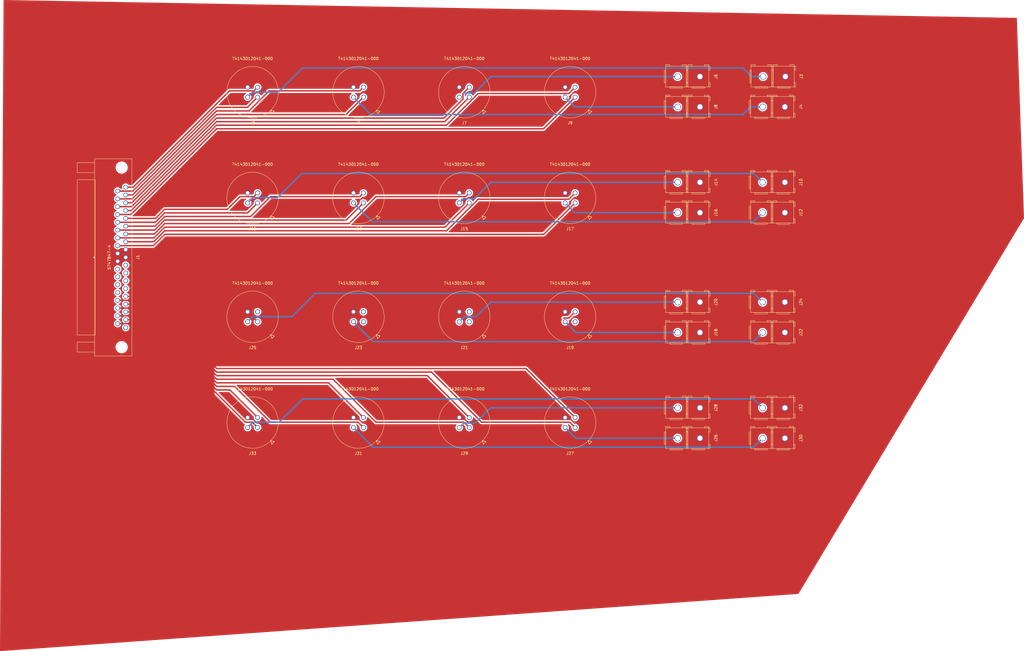
<source format=kicad_pcb>
(kicad_pcb (version 20221018) (generator pcbnew)
  (title_block (title "Voltage Input Breakout Board") (date "2023-03-24") (rev "C") (company "Missouri S&T Rocket Design Team") (comment 3 "Advisors: Jacob King, Seth Sievers") (comment 4 "Author: Andrew Matteson"))
  (layers (0 "F.Cu" signal) (31 "B.Cu" signal) (34 "B.Paste" user) (35 "F.Paste" user) (36 "B.SilkS" user "B.Silkscreen") (37 "F.SilkS" user "F.Silkscreen") (38 "B.Mask" user) (39 "F.Mask" user) (44 "Edge.Cuts" user))
  (net 0 "")
  (net 2 "/Al15+")
  (net 3 "/Al14+")
  (net 4 "/Al13+")
  (net 5 "/Al12+")
  (net 6 "/Al11+")
  (net 7 "/Al10+")
  (net 8 "/Al9+")
  (net 9 "/Al8+")
  (net 10 "GND")
  (net 11 "/Al7+")
  (net 12 "/Al6+")
  (net 13 "/Al5+")
  (net 14 "/Al4+")
  (net 15 "/Al3+")
  (net 16 "/Al2+")
  (net 17 "/Al1+")
  (net 18 "/Al0+")
  (net 19 "/Al15-")
  (net 20 "/Al14-")
  (net 21 "/Al13-")
  (net 22 "/Al12-")
  (net 23 "/Al11-")
  (net 24 "/Al10-")
  (net 25 "/Al9-")
  (net 26 "/Al8-")
  (net 27 "/Al7-")
  (net 28 "/Al6-")
  (net 29 "/Al5-")
  (net 30 "/Al4-")
  (net 31 "/Al3-")
  (net 32 "/Al2-")
  (net 33 "/Al1-")
  (net 34 "/Al0-")
  (net 35 "Net-(J3-Pin_2)")
  (net 36 "Net-(J4-Pin_2)")
  (net 37 "Net-(J6-Pin_2)")
  (net 38 "Net-(J8-Pin_2)")
  (net 39 "Net-(J10-Pin_2)")
  (net 40 "Net-(J12-Pin_2)")
  (net 41 "Net-(J14-Pin_2)")
  (net 42 "Net-(J16-Pin_2)")
  (net 43 "Net-(J18-Pin_2)")
  (net 44 "Net-(J20-Pin_2)")
  (net 45 "Net-(J22-Pin_2)")
  (net 46 "Net-(J24-Pin_2)")
  (net 47 "Net-(J26-Pin_2)")
  (net 48 "Net-(J28-Pin_2)")
  (net 49 "Net-(J30-Pin_2)")
  (net 50 "Net-(J32-Pin_2)")
  (footprint "custom_libraries:powerpole-1545-2x1" (layer "F.Cu") (at 272.42 145.952429 90)
    (fp_text reference "J18" (at 0 5.67 90 unlocked) (layer "F.SilkS"))
    (fp_text value "Conn_01x02")
    (pad "1" thru_hole circle (at 0 0 90) (size 2.2 2.2) (drill 1.8) (layers "*.Cu" "*.Mask") (net 10 "GND"))
    (pad "2" thru_hole circle (at 0 -7.9 90) (size 2.2 2.2) (drill 1.8) (layers "*.Cu" "*.Mask") (net 43 "Net-(J18-Pin_2)"))
  )
  (footprint "custom_libraries:T4143012041-000" (layer "F.Cu") (at 224.584467 176.166541)
    (fp_text reference "J27" (at 1.767767 12.7) (layer "F.SilkS"))
    (fp_text value "T4143012041-000" (at 1.767767 -10.16) (layer "F.SilkS"))
    (fp_text user "*" (at 0 0) (layer "F.SilkS"))
    (pad "1" thru_hole circle (at 3.535533 3.535533) (size 1.7018 1.7018) (drill 1.1938) (layers "*.Cu" "*.Mask") (net 22 "/Al12-"))
    (pad "2" thru_hole circle (at 0.000001 3.535533 90) (size 1.7018 1.7018) (drill 1.1938) (layers "*.Cu" "*.Mask") (net 47 "Net-(J26-Pin_2)"))
    (pad "3" thru_hole circle (at 0.000001 0.000001) (size 1.7018 1.7018) (drill 1.1938) (layers "*.Cu" "*.Mask") (net 10 "GND"))
    (pad "4" thru_hole circle (at 3.535533 0.000001 90) (size 1.7018 1.7018) (drill 1.1938) (layers "*.Cu" "*.Mask") (net 5 "/Al12+"))
  )
  (footprint "custom_libraries:T4143012041-000" (layer "F.Cu") (at 111.961667 176.166541)
    (fp_text reference "J33" (at 1.767767 12.7) (layer "F.SilkS"))
    (fp_text value "T4143012041-000" (at 1.767767 -10.16) (layer "F.SilkS"))
    (fp_text user "*" (at 0 0) (layer "F.SilkS"))
    (pad "1" thru_hole circle (at 3.535533 3.535533) (size 1.7018 1.7018) (drill 1.1938) (layers "*.Cu" "*.Mask") (net 19 "/Al15-"))
    (pad "2" thru_hole circle (at 0.000001 3.535533 90) (size 1.7018 1.7018) (drill 1.1938) (layers "*.Cu" "*.Mask") (net 50 "Net-(J32-Pin_2)"))
    (pad "3" thru_hole circle (at 0.000001 0.000001) (size 1.7018 1.7018) (drill 1.1938) (layers "*.Cu" "*.Mask") (net 10 "GND"))
    (pad "4" thru_hole circle (at 3.535533 0.000001 90) (size 1.7018 1.7018) (drill 1.1938) (layers "*.Cu" "*.Mask") (net 2 "/Al15+"))
  )
  (footprint "custom_libraries:powerpole-1545-2x1" (layer "F.Cu") (at 272.42 65.879145 90)
    (fp_text reference "J8" (at 0 5.67 90 unlocked) (layer "F.SilkS"))
    (fp_text value "Conn_01x02")
    (pad "1" thru_hole circle (at 0 0 90) (size 2.2 2.2) (drill 1.8) (layers "*.Cu" "*.Mask") (net 10 "GND"))
    (pad "2" thru_hole circle (at 0 -7.9 90) (size 2.2 2.2) (drill 1.8) (layers "*.Cu" "*.Mask") (net 38 "Net-(J8-Pin_2)"))
  )
  (footprint "custom_libraries:T4143012041-000" (layer "F.Cu") (at 224.584467 138.625941)
    (fp_text reference "J19" (at 1.767767 12.7) (layer "F.SilkS"))
    (fp_text value "T4143012041-000" (at 1.767767 -10.16) (layer "F.SilkS"))
    (fp_text user "*" (at 0 0) (layer "F.SilkS"))
    (pad "1" thru_hole circle (at 3.535533 3.535533) (size 1.7018 1.7018) (drill 1.1938) (layers "*.Cu" "*.Mask") (net 26 "/Al8-"))
    (pad "2" thru_hole circle (at 0.000001 3.535533 90) (size 1.7018 1.7018) (drill 1.1938) (layers "*.Cu" "*.Mask") (net 43 "Net-(J18-Pin_2)"))
    (pad "3" thru_hole circle (at 0.000001 0.000001) (size 1.7018 1.7018) (drill 1.1938) (layers "*.Cu" "*.Mask") (net 10 "GND"))
    (pad "4" thru_hole circle (at 3.535533 0.000001 90) (size 1.7018 1.7018) (drill 1.1938) (layers "*.Cu" "*.Mask") (net 9 "/Al8+"))
  )
  (footprint "custom_libraries:T4143012041-000" (layer "F.Cu") (at 224.584467 96.437341)
    (fp_text reference "J17" (at 1.767767 12.7) (layer "F.SilkS"))
    (fp_text value "T4143012041-000" (at 1.767767 -10.16) (layer "F.SilkS"))
    (fp_text user "*" (at 0 0) (layer "F.SilkS"))
    (pad "1" thru_hole circle (at 3.535533 3.535533) (size 1.7018 1.7018) (drill 1.1938) (layers "*.Cu" "*.Mask") (net 27 "/Al7-"))
    (pad "2" thru_hole circle (at 0.000001 3.535533 90) (size 1.7018 1.7018) (drill 1.1938) (layers "*.Cu" "*.Mask") (net 42 "Net-(J16-Pin_2)"))
    (pad "3" thru_hole circle (at 0.000001 0.000001) (size 1.7018 1.7018) (drill 1.1938) (layers "*.Cu" "*.Mask") (net 10 "GND"))
    (pad "4" thru_hole circle (at 3.535533 0.000001 90) (size 1.7018 1.7018) (drill 1.1938) (layers "*.Cu" "*.Mask") (net 11 "/Al7+"))
  )
  (footprint "custom_libraries:powerpole-1545-2x1" (layer "F.Cu") (at 272.42 92.646716 90)
    (fp_text reference "J14" (at 0 5.67 90 unlocked) (layer "F.SilkS"))
    (fp_text value "Conn_01x02")
    (pad "1" thru_hole circle (at 0 0 90) (size 2.2 2.2) (drill 1.8) (layers "*.Cu" "*.Mask") (net 10 "GND"))
    (pad "2" thru_hole circle (at 0 -7.9 90) (size 2.2 2.2) (drill 1.8) (layers "*.Cu" "*.Mask") (net 41 "Net-(J14-Pin_2)"))
  )
  (footprint "custom_libraries:T4143012041-000" (layer "F.Cu") (at 149.502267 96.437341)
    (fp_text reference "J13" (at 1.767767 12.7) (layer "F.SilkS"))
    (fp_text value "T4143012041-000" (at 1.767767 -10.16) (layer "F.SilkS"))
    (fp_text user "*" (at 0 0) (layer "F.SilkS"))
    (pad "1" thru_hole circle (at 3.535533 3.535533) (size 1.7018 1.7018) (drill 1.1938) (layers "*.Cu" "*.Mask") (net 29 "/Al5-"))
    (pad "2" thru_hole circle (at 0.000001 3.535533 90) (size 1.7018 1.7018) (drill 1.1938) (layers "*.Cu" "*.Mask") (net 40 "Net-(J12-Pin_2)"))
    (pad "3" thru_hole circle (at 0.000001 0.000001) (size 1.7018 1.7018) (drill 1.1938) (layers "*.Cu" "*.Mask") (net 10 "GND"))
    (pad "4" thru_hole circle (at 3.535533 0.000001 90) (size 1.7018 1.7018) (drill 1.1938) (layers "*.Cu" "*.Mask") (net 13 "/Al5+"))
  )
  (footprint "custom_libraries:powerpole-1545-2x1" (layer "F.Cu") (at 272.42 183.492574 90)
    (fp_text reference "J26" (at 0 5.67 90 unlocked) (layer "F.SilkS"))
    (fp_text value "Conn_01x02")
    (pad "1" thru_hole circle (at 0 0 90) (size 2.2 2.2) (drill 1.8) (layers "*.Cu" "*.Mask") (net 10 "GND"))
    (pad "2" thru_hole circle (at 0 -7.9 90) (size 2.2 2.2) (drill 1.8) (layers "*.Cu" "*.Mask") (net 47 "Net-(J26-Pin_2)"))
  )
  (footprint "custom_libraries:powerpole-1545-2x1" (layer "F.Cu") (at 272.42 172.72 90)
    (fp_text reference "J28" (at 0 5.67 90 unlocked) (layer "F.SilkS"))
    (fp_text value "Conn_01x02")
    (pad "1" thru_hole circle (at 0 0 90) (size 2.2 2.2) (drill 1.8) (layers "*.Cu" "*.Mask") (net 10 "GND"))
    (pad "2" thru_hole circle (at 0 -7.9 90) (size 2.2 2.2) (drill 1.8) (layers "*.Cu" "*.Mask") (net 48 "Net-(J28-Pin_2)"))
  )
  (footprint "custom_libraries:T4143012041-000" (layer "F.Cu") (at 187.043867 138.625941)
    (fp_text reference "J21" (at 1.767767 12.7) (layer "F.SilkS"))
    (fp_text value "T4143012041-000" (at 1.767767 -10.16) (layer "F.SilkS"))
    (fp_text user "*" (at 0 0) (layer "F.SilkS"))
    (pad "1" thru_hole circle (at 3.535533 3.535533) (size 1.7018 1.7018) (drill 1.1938) (layers "*.Cu" "*.Mask") (net 25 "/Al9-"))
    (pad "2" thru_hole circle (at 0.000001 3.535533 90) (size 1.7018 1.7018) (drill 1.1938) (layers "*.Cu" "*.Mask") (net 44 "Net-(J20-Pin_2)"))
    (pad "3" thru_hole circle (at 0.000001 0.000001) (size 1.7018 1.7018) (drill 1.1938) (layers "*.Cu" "*.Mask") (net 10 "GND"))
    (pad "4" thru_hole circle (at 3.535533 0.000001 90) (size 1.7018 1.7018) (drill 1.1938) (layers "*.Cu" "*.Mask") (net 8 "/Al9+"))
  )
  (footprint "custom_libraries:powerpole-1545-2x1" (layer "F.Cu") (at 302.54 135.179858 90)
    (fp_text reference "J24" (at 0 5.67 90 unlocked) (layer "F.SilkS"))
    (fp_text value "Conn_01x02")
    (pad "1" thru_hole circle (at 0 0 90) (size 2.2 2.2) (drill 1.8) (layers "*.Cu" "*.Mask") (net 10 "GND"))
    (pad "2" thru_hole circle (at 0 -7.9 90) (size 2.2 2.2) (drill 1.8) (layers "*.Cu" "*.Mask") (net 46 "Net-(J24-Pin_2)"))
  )
  (footprint "custom_libraries:T4143012041-000" (layer "F.Cu") (at 149.502267 138.625941)
    (fp_text reference "J23" (at 1.767767 12.7) (layer "F.SilkS"))
    (fp_text value "T4143012041-000" (at 1.767767 -10.16) (layer "F.SilkS"))
    (fp_text user "*" (at 0 0) (layer "F.SilkS"))
    (pad "1" thru_hole circle (at 3.535533 3.535533) (size 1.7018 1.7018) (drill 1.1938) (layers "*.Cu" "*.Mask") (net 24 "/Al10-"))
    (pad "2" thru_hole circle (at 0.000001 3.535533 90) (size 1.7018 1.7018) (drill 1.1938) (layers "*.Cu" "*.Mask") (net 45 "Net-(J22-Pin_2)"))
    (pad "3" thru_hole circle (at 0.000001 0.000001) (size 1.7018 1.7018) (drill 1.1938) (layers "*.Cu" "*.Mask") (net 10 "GND"))
    (pad "4" thru_hole circle (at 3.535533 0.000001 90) (size 1.7018 1.7018) (drill 1.1938) (layers "*.Cu" "*.Mask") (net 7 "/Al10+"))
  )
  (footprint "custom_libraries:powerpole-1545-2x1" (layer "F.Cu") (at 302.54 183.492574 90)
    (fp_text reference "J30" (at 0 5.67 90 unlocked) (layer "F.SilkS"))
    (fp_text value "Conn_01x02")
    (pad "1" thru_hole circle (at 0 0 90) (size 2.2 2.2) (drill 1.8) (layers "*.Cu" "*.Mask") (net 10 "GND"))
    (pad "2" thru_hole circle (at 0 -7.9 90) (size 2.2 2.2) (drill 1.8) (layers "*.Cu" "*.Mask") (net 49 "Net-(J30-Pin_2)"))
  )
  (footprint "custom_libraries:powerpole-1545-2x1" (layer "F.Cu") (at 272.42 135.179858 90)
    (fp_text reference "J20" (at 0 5.67 90 unlocked) (layer "F.SilkS"))
    (fp_text value "Conn_01x02")
    (pad "1" thru_hole circle (at 0 0 90) (size 2.2 2.2) (drill 1.8) (layers "*.Cu" "*.Mask") (net 10 "GND"))
    (pad "2" thru_hole circle (at 0 -7.9 90) (size 2.2 2.2) (drill 1.8) (layers "*.Cu" "*.Mask") (net 44 "Net-(J20-Pin_2)"))
  )
  (footprint "custom_libraries:powerpole-1545-2x1" (layer "F.Cu") (at 302.54 103.419287 90)
    (fp_text reference "J12" (at 0 5.67 90 unlocked) (layer "F.SilkS"))
    (fp_text value "Conn_01x02")
    (pad "1" thru_hole circle (at 0 0 90) (size 2.2 2.2) (drill 1.8) (layers "*.Cu" "*.Mask") (net 10 "GND"))
    (pad "2" thru_hole circle (at 0 -7.9 90) (size 2.2 2.2) (drill 1.8) (layers "*.Cu" "*.Mask") (net 40 "Net-(J12-Pin_2)"))
  )
  (footprint "custom_libraries:T4143012041-000" (layer "F.Cu") (at 187.043867 96.437341)
    (fp_text reference "J15" (at 1.767767 12.7) (layer "F.SilkS"))
    (fp_text value "T4143012041-000" (at 1.767767 -10.16) (layer "F.SilkS"))
    (fp_text user "*" (at 0 0) (layer "F.SilkS"))
    (pad "1" thru_hole circle (at 3.535533 3.535533) (size 1.7018 1.7018) (drill 1.1938) (layers "*.Cu" "*.Mask") (net 28 "/Al6-"))
    (pad "2" thru_hole circle (at 0.000001 3.535533 90) (size 1.7018 1.7018) (drill 1.1938) (layers "*.Cu" "*.Mask") (net 41 "Net-(J14-Pin_2)"))
    (pad "3" thru_hole circle (at 0.000001 0.000001) (size 1.7018 1.7018) (drill 1.1938) (layers "*.Cu" "*.Mask") (net 10 "GND"))
    (pad "4" thru_hole circle (at 3.535533 0.000001 90) (size 1.7018 1.7018) (drill 1.1938) (layers "*.Cu" "*.Mask") (net 12 "/Al6+"))
  )
  (footprint "custom_libraries:powerpole-1545-2x1" (layer "F.Cu") (at 302.54 172.72 90)
    (fp_text reference "J32" (at 0 5.67 90 unlocked) (layer "F.SilkS"))
    (fp_text value "Conn_01x02")
    (pad "1" thru_hole circle (at 0 0 90) (size 2.2 2.2) (drill 1.8) (layers "*.Cu" "*.Mask") (net 10 "GND"))
    (pad "2" thru_hole circle (at 0 -7.9 90) (size 2.2 2.2) (drill 1.8) (layers "*.Cu" "*.Mask") (net 50 "Net-(J32-Pin_2)"))
  )
  (footprint "custom_libraries:T4143012041-000" (layer "F.Cu") (at 149.502267 176.166541)
    (fp_text reference "J31" (at 1.767767 12.7) (layer "F.SilkS"))
    (fp_text value "T4143012041-000" (at 1.767767 -10.16) (layer "F.SilkS"))
    (fp_text user "*" (at 0 0) (layer "F.SilkS"))
    (pad "1" thru_hole circle (at 3.535533 3.535533) (size 1.7018 1.7018) (drill 1.1938) (layers "*.Cu" "*.Mask") (net 20 "/Al14-"))
    (pad "2" thru_hole circle (at 0.000001 3.535533 90) (size 1.7018 1.7018) (drill 1.1938) (layers "*.Cu" "*.Mask") (net 49 "Net-(J30-Pin_2)"))
    (pad "3" thru_hole circle (at 0.000001 0.000001) (size 1.7018 1.7018) (drill 1.1938) (layers "*.Cu" "*.Mask") (net 10 "GND"))
    (pad "4" thru_hole circle (at 3.535533 0.000001 90) (size 1.7018 1.7018) (drill 1.1938) (layers "*.Cu" "*.Mask") (net 3 "/Al14+"))
  )
  (footprint "custom_libraries:5747847-4" (layer "F.Cu") (at 57.798267 119.299374 90)
    (fp_text reference "J1" (at 0 15.24 90) (layer "F.SilkS"))
    (fp_text value "5747847-4" (at 0 5.08 90) (layer "F.SilkS"))
    (fp_text user "*" (at 0 0 90) (layer "F.SilkS"))
    (pad "1" thru_hole circle (at -24.9174 10.922 90) (size 1.651 1.651) (drill 1.143) (layers "*.Cu" "*.Mask"))
    (pad "2" thru_hole circle (at -22.1488 10.922 90) (size 1.651 1.651) (drill 1.143) (layers "*.Cu" "*.Mask") (net 2 "/Al15+"))
    (pad "3" thru_hole circle (at -19.3802 10.922 90) (size 1.651 1.651) (drill 1.143) (layers "*.Cu" "*.Mask") (net 3 "/Al14+"))
    (pad "4" thru_hole circle (at -16.6116 10.922 90) (size 1.651 1.651) (drill 1.143) (layers "*.Cu" "*.Mask") (net 4 "/Al13+"))
    (pad "5" thru_hole circle (at -13.843 10.922 90) (size 1.651 1.651) (drill 1.143) (layers "*.Cu" "*.Mask") (net 5 "/Al12+"))
    (pad "6" thru_hole circle (at -11.0744 10.922 90) (size 1.651 1.651) (drill 1.143) (layers "*.Cu" "*.Mask") (net 6 "/Al11+"))
    (pad "7" thru_hole circle (at -8.3058 10.922 90) (size 1.651 1.651) (drill 1.143) (layers "*.Cu" "*.Mask") (net 7 "/Al10+"))
    (pad "8" thru_hole circle (at -5.5372 10.922 90) (size 1.651 1.651) (drill 1.143) (layers "*.Cu" "*.Mask") (net 8 "/Al9+"))
    (pad "9" thru_hole circle (at -2.7686 10.922 90) (size 1.651 1.651) (drill 1.143) (layers "*.Cu" "*.Mask") (net 9 "/Al8+"))
    (pad "10" thru_hole circle (at 0 10.922 90) (size 1.651 1.651) (drill 1.143) (layers "*.Cu" "*.Mask") (net 10 "GND"))
    (pad "11" thru_hole circle (at 2.7686 10.922 90) (size 1.651 1.651) (drill 1.143) (layers "*.Cu" "*.Mask") (net 10 "GND"))
    (pad "12" thru_hole circle (at 5.5372 10.922 90) (size 1.651 1.651) (drill 1.143) (layers "*.Cu" "*.Mask") (net 11 "/Al7+"))
    (pad "13" thru_hole circle (at 8.3058 10.922 90) (size 1.651 1.651) (drill 1.143) (layers "*.Cu" "*.Mask") (net 12 "/Al6+"))
    (pad "14" thru_hole circle (at 11.0744 10.922 90) (size 1.651 1.651) (drill 1.143) (layers "*.Cu" "*.Mask") (net 13 "/Al5+"))
    (pad "15" thru_hole circle (at 13.843 10.922 90) (size 1.651 1.651) (drill 1.143) (layers "*.Cu" "*.Mask") (net 14 "/Al4+"))
    (pad "16" thru_hole circle (at 16.6116 10.922 90) (size 1.651 1.651) (drill 1.143) (layers "*.Cu" "*.Mask") (net 15 "/Al3+"))
    (pad "17" thru_hole circle (at 19.3802 10.922 90) (size 1.651 1.651) (drill 1.143) (layers "*.Cu" "*.Mask") (net 16 "/Al2+"))
    (pad "18" thru_hole circle (at 22.1488 10.922 90) (size 1.651 1.651) (drill 1.143) (layers "*.Cu" "*.Mask") (net 17 "/Al1+"))
    (pad "19" thru_hole circle (at 24.9174 10.922 90) (size 1.651 1.651) (drill 1.143) (layers "*.Cu" "*.Mask") (net 18 "/Al0+"))
    (pad "20" thru_hole circle (at -23.5331 8.0772 90) (size 1.651 1.651) (drill 1.143) (layers "*.Cu" "*.Mask") (net 19 "/Al15-"))
    (pad "21" thru_hole circle (at -20.7645 8.0772 90) (size 1.651 1.651) (drill 1.143) (layers "*.Cu" "*.Mask") (net 20 "/Al14-"))
    (pad "22" thru_hole circle (at -17.9959 8.0772 90) (size 1.651 1.651) (drill 1.143) (layers "*.Cu" "*.Mask") (net 21 "/Al13-"))
    (pad "23" thru_hole circle (at -15.2273 8.0772 90) (size 1.651 1.651) (drill 1.143) (layers "*.Cu" "*.Mask") (net 22 "/Al12-"))
    (pad "24" thru_hole circle (at -12.4587 8.0772 90) (size 1.651 1.651) (drill 1.143) (layers "*.Cu" "*.Mask") (net 23 "/Al11-"))
    (pad "25" thru_hole circle (at -9.6901 8.0772 90) (size 1.651 1.651) (drill 1.143) (layers "*.Cu" "*.Mask") (net 24 "/Al10-"))
    (pad "26" thru_hole circle (at -6.9215 8.0772 90) (size 1.651 1.651) (drill 1.143) (layers "*.Cu" "*.Mask") (net 25 "/Al9-"))
    (pad "27" thru_hole circle (at -4.1529 8.0772 90) (size 1.651 1.651) (drill 1.143) (layers "*.Cu" "*.Mask") (net 26 "/Al8-"))
    (pad "28" thru_hole circle (at -1.3843 8.0772 90) (size 1.651 1.651) (drill 1.143) (layers "*.Cu" "*.Mask") (net 10 "GND"))
    (pad "29" thru_hole circle (at 1.3843 8.0772 90) (size 1.651 1.651) (drill 1.143) (layers "*.Cu" "*.Mask") (net 10 "GND"))
    (pad "30" thru_hole circle (at 4.1529 8.0772 90) (size 1.651 1.651) (drill 1.143) (layers "*.Cu" "*.Mask") (net 27 "/Al7-"))
    (pad "31" thru_hole circle (at 6.9215 8.0772 90) (size 1.651 1.651) (drill 1.143) (layers "*.Cu" "*.Mask") (net 28 "/Al6-"))
    (pad "32" thru_hole circle (at 9.6901 8.0772 90) (size 1.651 1.651) (drill 1.143) (layers "*.Cu" "*.Mask") (net 29 "/Al5-"))
    (pad "33" thru_hole circle (at 12.4587 8.0772 90) (size 1.651 1.651) (drill 1.143) (layers "*.Cu" "*.Mask") (net 30 "/Al4-"))
    (pad "34" thru_hole circle (at 15.2273 8.0772 90) (size 1.651 1.651) (drill 1.143) (layers "*.Cu" "*.Mask") (net 31 "/Al3-"))
    (pad "35" thru_hole circle (at 17.9959 8.0772 90) (size 1.651 1.651) (drill 1.143) (layers "*.Cu" "*.Mask") (net 32 "/Al2-"))
    (pad "36" thru_hole circle (at 20.7645 8.0772 90) (size 1.651 1.651) (drill 1.143) (layers "*.Cu" "*.Mask") (net 33 "/Al1-"))
    (pad "37" thru_hole circle (at 23.5331 8.0772 90) (size 1.651 1.651) (drill 1.143) (layers "*.Cu" "*.Mask") (net 34 "/Al0-"))
    (pad "38" thru_hole circle (at -31.877 9.4996 90) (size 3.302 3.302) (drill 3.302) (layers "*.Cu" "*.Mask"))
    (pad "39" thru_hole circle (at 31.877 9.4996 90) (size 3.302 3.302) (drill 3.302) (layers "*.Cu" "*.Mask"))
  )
  (footprint "custom_libraries:powerpole-1545-2x1" (layer "F.Cu") (at 302.54 92.646716 90)
    (fp_text reference "J10" (at 0 5.67 90 unlocked) (layer "F.SilkS"))
    (fp_text value "Conn_01x02")
    (pad "1" thru_hole circle (at 0 0 90) (size 2.2 2.2) (drill 1.8) (layers "*.Cu" "*.Mask") (net 10 "GND"))
    (pad "2" thru_hole circle (at 0 -7.9 90) (size 2.2 2.2) (drill 1.8) (layers "*.Cu" "*.Mask") (net 39 "Net-(J10-Pin_2)"))
  )
  (footprint "custom_libraries:T4143012041-000" (layer "F.Cu") (at 187.043533 58.896741)
    (fp_text reference "J7" (at 1.767767 12.7) (layer "F.SilkS"))
    (fp_text value "T4143012041-000" (at 1.767767 -10.16) (layer "F.SilkS"))
    (fp_text user "*" (at 0 0) (layer "F.SilkS"))
    (pad "1" thru_hole circle (at 3.535533 3.535533) (size 1.7018 1.7018) (drill 1.1938) (layers "*.Cu" "*.Mask") (net 32 "/Al2-"))
    (pad "2" thru_hole circle (at 0.000001 3.535533 90) (size 1.7018 1.7018) (drill 1.1938) (layers "*.Cu" "*.Mask") (net 37 "Net-(J6-Pin_2)"))
    (pad "3" thru_hole circle (at 0.000001 0.000001) (size 1.7018 1.7018) (drill 1.1938) (layers "*.Cu" "*.Mask") (net 10 "GND"))
    (pad "4" thru_hole circle (at 3.535533 0.000001 90) (size 1.7018 1.7018) (drill 1.1938) (layers "*.Cu" "*.Mask") (net 16 "/Al2+"))
  )
  (footprint "custom_libraries:powerpole-1545-2x1" (layer "F.Cu") (at 272.42 103.419287 90)
    (fp_text reference "J16" (at 0 5.67 90 unlocked) (layer "F.SilkS"))
    (fp_text value "Conn_01x02")
    (pad "1" thru_hole circle (at 0 0 90) (size 2.2 2.2) (drill 1.8) (layers "*.Cu" "*.Mask") (net 10 "GND"))
    (pad "2" thru_hole circle (at 0 -7.9 90) (size 2.2 2.2) (drill 1.8) (layers "*.Cu" "*.Mask") (net 42 "Net-(J16-Pin_2)"))
  )
  (footprint "custom_libraries:T4143012041-000" (layer "F.Cu") (at 149.5026 58.896741)
    (fp_text reference "J5" (at 1.767767 12.7) (layer "F.SilkS"))
    (fp_text value "T4143012041-000" (at 1.767767 -10.16) (layer "F.SilkS"))
    (fp_text user "*" (at 0 0) (layer "F.SilkS"))
    (pad "1" thru_hole circle (at 3.535533 3.535533) (size 1.7018 1.7018) (drill 1.1938) (layers "*.Cu" "*.Mask") (net 33 "/Al1-"))
    (pad "2" thru_hole circle (at 0.000001 3.535533 90) (size 1.7018 1.7018) (drill 1.1938) (layers "*.Cu" "*.Mask") (net 36 "Net-(J4-Pin_2)"))
    (pad "3" thru_hole circle (at 0.000001 0.000001) (size 1.7018 1.7018) (drill 1.1938) (layers "*.Cu" "*.Mask") (net 10 "GND"))
    (pad "4" thru_hole circle (at 3.535533 0.000001 90) (size 1.7018 1.7018) (drill 1.1938) (layers "*.Cu" "*.Mask") (net 17 "/Al1+"))
  )
  (footprint "custom_libraries:T4143012041-000" (layer "F.Cu") (at 187.043867 176.166541)
    (fp_text reference "J29" (at 1.767767 12.7) (layer "F.SilkS"))
    (fp_text value "T4143012041-000" (at 1.767767 -10.16) (layer "F.SilkS"))
    (fp_text user "*" (at 0 0) (layer "F.SilkS"))
    (pad "1" thru_hole circle (at 3.535533 3.535533) (size 1.7018 1.7018) (drill 1.1938) (layers "*.Cu" "*.Mask") (net 21 "/Al13-"))
    (pad "2" thru_hole circle (at 0.000001 3.535533 90) (size 1.7018 1.7018) (drill 1.1938) (layers "*.Cu" "*.Mask") (net 48 "Net-(J28-Pin_2)"))
    (pad "3" thru_hole circle (at 0.000001 0.000001) (size 1.7018 1.7018) (drill 1.1938) (layers "*.Cu" "*.Mask") (net 10 "GND"))
    (pad "4" thru_hole circle (at 3.535533 0.000001 90) (size 1.7018 1.7018) (drill 1.1938) (layers "*.Cu" "*.Mask") (net 4 "/Al13+"))
  )
  (footprint "custom_libraries:T4143012041-000" (layer "F.Cu") (at 111.961667 96.437341)
    (fp_text reference "J11" (at 1.767767 12.7) (layer "F.SilkS"))
    (fp_text value "T4143012041-000" (at 1.767767 -10.16) (layer "F.SilkS"))
    (fp_text user "*" (at 0 0) (layer "F.SilkS"))
    (pad "1" thru_hole circle (at 3.535533 3.535533) (size 1.7018 1.7018) (drill 1.1938) (layers "*.Cu" "*.Mask") (net 30 "/Al4-"))
    (pad "2" thru_hole circle (at 0.000001 3.535533 90) (size 1.7018 1.7018) (drill 1.1938) (layers "*.Cu" "*.Mask") (net 39 "Net-(J10-Pin_2)"))
    (pad "3" thru_hole circle (at 0.000001 0.000001) (size 1.7018 1.7018) (drill 1.1938) (layers "*.Cu" "*.Mask") (net 10 "GND"))
    (pad "4" thru_hole circle (at 3.535533 0.000001 90) (size 1.7018 1.7018) (drill 1.1938) (layers "*.Cu" "*.Mask") (net 14 "/Al4+"))
  )
  (footprint "custom_libraries:powerpole-1545-2x1" (layer "F.Cu") (at 302.54 145.952429 90)
    (fp_text reference "J22" (at 0 5.67 90 unlocked) (layer "F.SilkS"))
    (fp_text value "Conn_01x02")
    (pad "1" thru_hole circle (at 0 0 90) (size 2.2 2.2) (drill 1.8) (layers "*.Cu" "*.Mask") (net 10 "GND"))
    (pad "2" thru_hole circle (at 0 -7.9 90) (size 2.2 2.2) (drill 1.8) (layers "*.Cu" "*.Mask") (net 45 "Net-(J22-Pin_2)"))
  )
  (footprint "custom_libraries:T4143012041-000" (layer "F.Cu") (at 111.961667 58.896741)
    (fp_text reference "J2" (at 1.767767 12.7) (layer "F.SilkS"))
    (fp_text value "T4143012041-000" (at 1.767767 -10.16) (layer "F.SilkS"))
    (fp_text user "*" (at 0 0) (layer "F.SilkS"))
    (pad "1" thru_hole circle (at 3.535533 3.535533) (size 1.7018 1.7018) (drill 1.1938) (layers "*.Cu" "*.Mask") (net 34 "/Al0-"))
    (pad "2" thru_hole circle (at 0.000001 3.535533 90) (size 1.7018 1.7018) (drill 1.1938) (layers "*.Cu" "*.Mask") (net 35 "Net-(J3-Pin_2)"))
    (pad "3" thru_hole circle (at 0.000001 0.000001) (size 1.7018 1.7018) (drill 1.1938) (layers "*.Cu" "*.Mask") (net 10 "GND"))
    (pad "4" thru_hole circle (at 3.535533 0.000001 90) (size 1.7018 1.7018) (drill 1.1938) (layers "*.Cu" "*.Mask") (net 18 "/Al0+"))
  )
  (footprint "custom_libraries:T4143012041-000" (layer "F.Cu") (at 111.961667 138.625941)
    (fp_text reference "J25" (at 1.767767 12.7) (layer "F.SilkS"))
    (fp_text value "T4143012041-000" (at 1.767767 -10.16) (layer "F.SilkS"))
    (fp_text user "*" (at 0 0) (layer "F.SilkS"))
    (pad "1" thru_hole circle (at 3.535533 3.535533) (size 1.7018 1.7018) (drill 1.1938) (layers "*.Cu" "*.Mask") (net 23 "/Al11-"))
    (pad "2" thru_hole circle (at 0.000001 3.535533 90) (size 1.7018 1.7018) (drill 1.1938) (layers "*.Cu" "*.Mask") (net 46 "Net-(J24-Pin_2)"))
    (pad "3" thru_hole circle (at 0.000001 0.000001) (size 1.7018 1.7018) (drill 1.1938) (layers "*.Cu" "*.Mask") (net 10 "GND"))
    (pad "4" thru_hole circle (at 3.535533 0.000001 90) (size 1.7018 1.7018) (drill 1.1938) (layers "*.Cu" "*.Mask") (net 6 "/Al11+"))
  )
  (footprint "custom_libraries:T4143012041-000" (layer "F.Cu") (at 224.584467 58.896741)
    (fp_text reference "J9" (at 1.767767 12.7) (layer "F.SilkS"))
    (fp_text value "T4143012041-000" (at 1.767767 -10.16) (layer "F.SilkS"))
    (fp_text user "*" (at 0 0) (layer "F.SilkS"))
    (pad "1" thru_hole circle (at 3.535533 3.535533) (size 1.7018 1.7018) (drill 1.1938) (layers "*.Cu" "*.Mask") (net 31 "/Al3-"))
    (pad "2" thru_hole circle (at 0.000001 3.535533 90) (size 1.7018 1.7018) (drill 1.1938) (layers "*.Cu" "*.Mask") (net 38 "Net-(J8-Pin_2)"))
    (pad "3" thru_hole circle (at 0.000001 0.000001) (size 1.7018 1.7018) (drill 1.1938) (layers "*.Cu" "*.Mask") (net 10 "GND"))
    (pad "4" thru_hole circle (at 3.535533 0.000001 90) (size 1.7018 1.7018) (drill 1.1938) (layers "*.Cu" "*.Mask") (net 15 "/Al3+"))
  )
  (footprint "custom_libraries:powerpole-1545-2x1" (layer "F.Cu") (at 302.54 65.879145 90)
    (fp_text reference "J4" (at 0 5.67 90 unlocked) (layer "F.SilkS"))
    (fp_text value "Conn_01x02")
    (pad "1" thru_hole circle (at 0 0 90) (size 2.2 2.2) (drill 1.8) (layers "*.Cu" "*.Mask") (net 10 "GND"))
    (pad "2" thru_hole circle (at 0 -7.9 90) (size 2.2 2.2) (drill 1.8) (layers "*.Cu" "*.Mask") (net 36 "Net-(J4-Pin_2)"))
  )
  (footprint "custom_libraries:powerpole-1545-2x1" (layer "F.Cu") (at 272.42 55.106574 90)
    (fp_text reference "J6" (at 0 5.67 90 unlocked) (layer "F.SilkS"))
    (fp_text value "Conn_01x02")
    (pad "1" thru_hole circle (at 0 0 90) (size 2.2 2.2) (drill 1.8) (layers "*.Cu" "*.Mask") (net 10 "GND"))
    (pad "2" thru_hole circle (at 0 -7.9 90) (size 2.2 2.2) (drill 1.8) (layers "*.Cu" "*.Mask") (net 37 "Net-(J6-Pin_2)"))
  )
  (footprint "custom_libraries:powerpole-1545-2x1" (layer "F.Cu") (at 302.72 55.106574 90)
    (fp_text reference "J3" (at 0 5.67 90 unlocked) (layer "F.SilkS"))
    (fp_text value "Conn_01x02")
    (pad "1" thru_hole circle (at 0 0 90) (size 2.2 2.2) (drill 1.8) (layers "*.Cu" "*.Mask") (net 10 "GND"))
    (pad "2" thru_hole circle (at 0 -7.9 90) (size 2.2 2.2) (drill 1.8) (layers "*.Cu" "*.Mask") (net 35 "Net-(J3-Pin_2)"))
  )
  (segment (start 76.043174 141.448174) (end 68.720267 141.448174) (width 0.5) (layer "F.Cu") (net 2))
  (segment (start 115.4972 176.166542) (end 105.700658 166.37) (width 0.5) (layer "F.Cu") (net 2))
  (segment (start 105.700658 166.37) (end 100.965 166.37) (width 0.5) (layer "F.Cu") (net 2))
  (segment (start 100.965 166.37) (end 76.043174 141.448174) (width 0.5) (layer "F.Cu") (net 2))
  (segment (start 140.701258 163.83) (end 100.965 163.83) (width 0.5) (layer "F.Cu") (net 3))
  (segment (start 153.0378 176.166542) (end 140.701258 163.83) (width 0.5) (layer "F.Cu") (net 3))
  (segment (start 75.814574 138.679574) (end 68.720267 138.679574) (width 0.5) (layer "F.Cu") (net 3))
  (segment (start 100.965 163.83) (end 75.814574 138.679574) (width 0.5) (layer "F.Cu") (net 3))
  (segment (start 75.585974 135.910974) (end 68.720267 135.910974) (width 0.5) (layer "F.Cu") (net 4))
  (segment (start 100.965 161.29) (end 75.585974 135.910974) (width 0.5) (layer "F.Cu") (net 4))
  (segment (start 190.5794 176.166542) (end 175.702858 161.29) (width 0.5) (layer "F.Cu") (net 4))
  (segment (start 175.702858 161.29) (end 100.965 161.29) (width 0.5) (layer "F.Cu") (net 4))
  (segment (start 228.12 176.166542) (end 210.703458 158.75) (width 0.5) (layer "F.Cu") (net 5))
  (segment (start 210.703458 158.75) (end 100.965 158.75) (width 0.5) (layer "F.Cu") (net 5))
  (segment (start 75.357374 133.142374) (end 68.720267 133.142374) (width 0.5) (layer "F.Cu") (net 5))
  (segment (start 100.965 158.75) (end 75.357374 133.142374) (width 0.5) (layer "F.Cu") (net 5))
  (segment (start 224.045617 140.860574) (end 225.885368 140.860574) (width 0.5) (layer "F.Cu") (net 9))
  (segment (start 225.885368 140.860574) (end 228.12 138.625942) (width 0.5) (layer "F.Cu") (net 9))
  (segment (start 78.642826 113.762174) (end 68.720267 113.762174) (width 0.5) (layer "F.Cu") (net 11))
  (segment (start 82.55 109.855) (end 78.642826 113.762174) (width 0.5) (layer "F.Cu") (net 11))
  (segment (start 225.885368 98.671974) (end 193.720051 98.671974) (width 0.5) (layer "F.Cu") (net 11))
  (segment (start 228.12 96.437342) (end 225.885368 98.671974) (width 0.5) (layer "F.Cu") (net 11))
  (segment (start 193.720051 98.671974) (end 182.537025 109.855) (width 0.5) (layer "F.Cu") (net 11))
  (segment (start 182.537025 109.855) (end 82.55 109.855) (width 0.5) (layer "F.Cu") (net 11))
  (segment (start 147.955 107.315) (end 82.55 107.315) (width 0.5) (layer "F.Cu") (net 12))
  (segment (start 190.5794 96.437342) (end 189.2785 97.738242) (width 0.5) (layer "F.Cu") (net 12))
  (segment (start 157.531758 97.738242) (end 147.955 107.315) (width 0.5) (layer "F.Cu") (net 12))
  (segment (start 82.55 107.315) (end 78.871426 110.993574) (width 0.5) (layer "F.Cu") (net 12))
  (segment (start 189.2785 97.738242) (end 157.531758 97.738242) (width 0.5) (layer "F.Cu") (net 12))
  (segment (start 78.871426 110.993574) (end 68.720267 110.993574) (width 0.5) (layer "F.Cu") (net 12))
  (segment (start 120.066758 97.738242) (end 113.03 104.775) (width 0.5) (layer "F.Cu") (net 13))
  (segment (start 151.7369 97.738242) (end 120.066758 97.738242) (width 0.5) (layer "F.Cu") (net 13))
  (segment (start 82.55 104.775) (end 79.100026 108.224974) (width 0.5) (layer "F.Cu") (net 13))
  (segment (start 79.100026 108.224974) (end 68.720267 108.224974) (width 0.5) (layer "F.Cu") (net 13))
  (segment (start 153.0378 96.437342) (end 151.7369 97.738242) (width 0.5) (layer "F.Cu") (net 13))
  (segment (start 113.03 104.775) (end 82.55 104.775) (width 0.5) (layer "F.Cu") (net 13))
  (segment (start 114.1963 97.738242) (end 109.271758 97.738242) (width 0.5) (layer "F.Cu") (net 14))
  (segment (start 79.328626 105.456374) (end 68.720267 105.456374) (width 0.5) (layer "F.Cu") (net 14))
  (segment (start 115.4972 96.437342) (end 114.1963 97.738242) (width 0.5) (layer "F.Cu") (net 14))
  (segment (start 82.55 102.235) (end 79.328626 105.456374) (width 0.5) (layer "F.Cu") (net 14))
  (segment (start 104.775 102.235) (end 82.55 102.235) (width 0.5) (layer "F.Cu") (net 14))
  (segment (start 109.271758 97.738242) (end 104.775 102.235) (width 0.5) (layer "F.Cu") (net 14))
  (segment (start 100.965 72.39) (end 70.667226 102.687774) (width 0.5) (layer "F.Cu") (net 15))
  (segment (start 228.12 58.896742) (end 225.885368 61.131374) (width 0.5) (layer "F.Cu") (net 15))
  (segment (start 182.461091 72.39) (end 100.965 72.39) (width 0.5) (layer "F.Cu") (net 15))
  (segment (start 225.885368 61.131374) (end 193.719717 61.131374) (width 0.5) (layer "F.Cu") (net 15))
  (segment (start 70.667226 102.687774) (end 68.720267 102.687774) (width 0.5) (layer "F.Cu") (net 15))
  (segment (start 193.719717 61.131374) (end 182.461091 72.39) (width 0.5) (layer "F.Cu") (net 15))
  (segment (start 68.720267 99.919174) (end 70.895826 99.919174) (width 0.5) (layer "F.Cu") (net 16))
  (segment (start 181.61 69.85) (end 188.344434 63.115566) (width 0.5) (layer "F.Cu") (net 16))
  (segment (start 188.344434 61.131374) (end 190.579066 58.896742) (width 0.5) (layer "F.Cu") (net 16))
  (segment (start 188.344434 63.115566) (end 188.344434 61.131374) (width 0.5) (layer "F.Cu") (net 16))
  (segment (start 100.965 69.85) (end 181.61 69.85) (width 0.5) (layer "F.Cu") (net 16))
  (segment (start 70.895826 99.919174) (end 100.965 69.85) (width 0.5) (layer "F.Cu") (net 16))
  (segment (start 68.720267 97.150574) (end 71.124426 97.150574) (width 0.5) (layer "F.Cu") (net 17))
  (segment (start 100.965 67.31) (end 112.459225 67.31) (width 0.5) (layer "F.Cu") (net 17))
  (segment (start 119.571583 60.197642) (end 151.737233 60.197642) (width 0.5) (layer "F.Cu") (net 17))
  (segment (start 71.124426 97.150574) (end 100.965 67.31) (width 0.5) (layer "F.Cu") (net 17))
  (segment (start 112.459225 67.31) (end 119.571583 60.197642) (width 0.5) (layer "F.Cu") (net 17))
  (segment (start 151.737233 60.197642) (end 153.038133 58.896742) (width 0.5) (layer "F.Cu") (net 17))
  (segment (start 105.537358 60.197642) (end 114.1963 60.197642) (width 0.5) (layer "F.Cu") (net 18))
  (segment (start 71.353026 94.381974) (end 105.537358 60.197642) (width 0.5) (layer "F.Cu") (net 18))
  (segment (start 114.1963 60.197642) (end 115.4972 58.896742) (width 0.5) (layer "F.Cu") (net 18))
  (segment (start 68.720267 94.381974) (end 71.353026 94.381974) (width 0.5) (layer "F.Cu") (net 18))
  (segment (start 115.4972 179.702074) (end 113.595126 177.8) (width 0.5) (layer "F.Cu") (net 19))
  (segment (start 111.125 177.8) (end 76.157474 142.832474) (width 0.5) (layer "F.Cu") (net 19))
  (segment (start 76.157474 142.832474) (end 65.875467 142.832474) (width 0.5) (layer "F.Cu") (net 19))
  (segment (start 113.595126 177.8) (end 111.125 177.8) (width 0.5) (layer "F.Cu") (net 19))
  (segment (start 153.0378 179.702074) (end 151.7369 178.401174) (width 0.5) (layer "F.Cu") (net 20))
  (segment (start 100.965 165.1) (end 75.928874 140.063874) (width 0.5) (layer "F.Cu") (net 20))
  (segment (start 107.315 165.1) (end 100.965 165.1) (width 0.5) (layer "F.Cu") (net 20))
  (segment (start 151.731174 178.401174) (end 151.13 177.8) (width 0.5) (layer "F.Cu") (net 20))
  (segment (start 120.015 177.8) (end 107.315 165.1) (width 0.5) (layer "F.Cu") (net 20))
  (segment (start 151.13 177.8) (end 120.015 177.8) (width 0.5) (layer "F.Cu") (net 20))
  (segment (start 75.928874 140.063874) (end 65.875467 140.063874) (width 0.5) (layer "F.Cu") (net 20))
  (segment (start 151.7369 178.401174) (end 151.731174 178.401174) (width 0.5) (layer "F.Cu") (net 20))
  (segment (start 75.700274 137.295274) (end 65.875467 137.295274) (width 0.5) (layer "F.Cu") (net 21))
  (segment (start 190.5794 179.702074) (end 188.677326 177.8) (width 0.5) (layer "F.Cu") (net 21))
  (segment (start 157.48 177.8) (end 142.24 162.56) (width 0.5) (layer "F.Cu") (net 21))
  (segment (start 142.24 162.56) (end 100.965 162.56) (width 0.5) (layer "F.Cu") (net 21))
  (segment (start 100.965 162.56) (end 75.700274 137.295274) (width 0.5) (layer "F.Cu") (net 21))
  (segment (start 188.677326 177.8) (end 157.48 177.8) (width 0.5) (layer "F.Cu") (net 21))
  (segment (start 194.945 177.8) (end 177.165 160.02) (width 0.5) (layer "F.Cu") (net 22))
  (segment (start 177.165 160.02) (end 100.965 160.02) (width 0.5) (layer "F.Cu") (net 22))
  (segment (start 228.12 179.702074) (end 226.217926 177.8) (width 0.5) (layer "F.Cu") (net 22))
  (segment (start 226.217926 177.8) (end 194.945 177.8) (width 0.5) (layer "F.Cu") (net 22))
  (segment (start 75.471674 134.526674) (end 65.875467 134.526674) (width 0.5) (layer "F.Cu") (net 22))
  (segment (start 100.965 160.02) (end 75.471674 134.526674) (width 0.5) (layer "F.Cu") (net 22))
  (segment (start 114.1963 140.860574) (end 114.190574 140.860574) (width 0.5) (layer "F.Cu") (net 23))
  (segment (start 114.190574 140.860574) (end 113.665 140.335) (width 0.5) (layer "F.Cu") (net 23))
  (segment (start 115.4972 142.161474) (end 114.1963 140.860574) (width 0.5) (layer "F.Cu") (net 23))
  (segment (start 82.55 111.125) (end 78.528526 115.146474) (width 0.5) (layer "F.Cu") (net 27))
  (segment (start 216.967874 111.125) (end 82.55 111.125) (width 0.5) (layer "F.Cu") (net 27))
  (segment (start 78.528526 115.146474) (end 65.875467 115.146474) (width 0.5) (layer "F.Cu") (net 27))
  (segment (start 228.12 99.972874) (end 216.967874 111.125) (width 0.5) (layer "F.Cu") (net 27))
  (segment (start 78.757126 112.377874) (end 65.875467 112.377874) (width 0.5) (layer "F.Cu") (net 28))
  (segment (start 82.55 108.585) (end 78.757126 112.377874) (width 0.5) (layer "F.Cu") (net 28))
  (segment (start 181.967274 108.585) (end 82.55 108.585) (width 0.5) (layer "F.Cu") (net 28))
  (segment (start 190.5794 99.972874) (end 181.967274 108.585) (width 0.5) (layer "F.Cu") (net 28))
  (segment (start 78.985726 109.609274) (end 65.875467 109.609274) (width 0.5) (layer "F.Cu") (net 29))
  (segment (start 146.965674 106.045) (end 82.55 106.045) (width 0.5) (layer "F.Cu") (net 29))
  (segment (start 153.0378 99.972874) (end 146.965674 106.045) (width 0.5) (layer "F.Cu") (net 29))
  (segment (start 82.55 106.045) (end 78.985726 109.609274) (width 0.5) (layer "F.Cu") (net 29))
  (segment (start 82.55 103.505) (end 79.214326 106.840674) (width 0.5) (layer "F.Cu") (net 30))
  (segment (start 111.965074 103.505) (end 82.55 103.505) (width 0.5) (layer "F.Cu") (net 30))
  (segment (start 115.4972 99.972874) (end 111.965074 103.505) (width 0.5) (layer "F.Cu") (net 30))
  (segment (start 79.214326 106.840674) (end 65.875467 106.840674) (width 0.5) (layer "F.Cu") (net 30))
  (segment (start 100.965 73.66) (end 216.892274 73.66) (width 0.5) (layer "F.Cu") (net 31))
  (segment (start 70.552926 104.072074) (end 100.965 73.66) (width 0.5) (layer "F.Cu") (net 31))
  (segment (start 65.875467 104.072074) (end 70.552926 104.072074) (width 0.5) (layer "F.Cu") (net 31))
  (segment (start 216.892274 73.66) (end 228.12 62.432274) (width 0.5) (layer "F.Cu") (net 31))
  (segment (start 190.579066 62.432274) (end 181.89134 71.12) (width 0.5) (layer "F.Cu") (net 32))
  (segment (start 70.781526 101.303474) (end 65.875467 101.303474) (width 0.5) (layer "F.Cu") (net 32))
  (segment (start 100.965 71.12) (end 70.781526 101.303474) (width 0.5) (layer "F.Cu") (net 32))
  (segment (start 181.89134 71.12) (end 100.965 71.12) (width 0.5) (layer "F.Cu") (net 32))
  (segment (start 153.038133 62.432274) (end 146.890407 68.58) (width 0.5) (layer "F.Cu") (net 33))
  (segment (start 100.965 68.58) (end 71.010126 98.534874) (width 0.5) (layer "F.Cu") (net 33))
  (segment (start 146.890407 68.58) (end 100.965 68.58) (width 0.5) (layer "F.Cu") (net 33))
  (segment (start 71.010126 98.534874) (end 65.875467 98.534874) (width 0.5) (layer "F.Cu") (net 33))
  (segment (start 115.4972 62.432274) (end 111.889474 66.04) (width 0.5) (layer "F.Cu") (net 34))
  (segment (start 71.238726 95.766274) (end 65.875467 95.766274) (width 0.5) (layer "F.Cu") (net 34))
  (segment (start 111.889474 66.04) (end 100.965 66.04) (width 0.5) (layer "F.Cu") (net 34))
  (segment (start 100.965 66.04) (end 71.238726 95.766274) (width 0.5) (layer "F.Cu") (net 34))
  (segment (start 290.691574 55.106574) (end 294.82 55.106574) (width 0.5) (layer "B.Cu") (net 35))
  (segment (start 287.655 52.07) (end 290.691574 55.106574) (width 0.5) (layer "B.Cu") (net 35))
  (segment (start 131.445 52.07) (end 287.655 52.07) (width 0.5) (layer "B.Cu") (net 35))
  (segment (start 122.8725 60.6425) (end 131.445 52.07) (width 0.5) (layer "B.Cu") (net 35))
  (segment (start 111.961668 62.432274) (end 113.751442 60.6425) (width 0.5) (layer "B.Cu") (net 35))
  (segment (start 113.751442 60.6425) (end 122.8725 60.6425) (width 0.5) (layer "B.Cu") (net 35))
  (segment (start 294.64 65.879145) (end 290.355855 65.879145) (width 0.5) (layer "B.Cu") (net 36))
  (segment (start 290.355855 65.879145) (end 287.655 68.58) (width 0.5) (layer "B.Cu") (net 36))
  (segment (start 155.650327 68.58) (end 149.502601 62.432274) (width 0.5) (layer "B.Cu") (net 36))
  (segment (start 287.655 68.58) (end 155.650327 68.58) (width 0.5) (layer "B.Cu") (net 36))
  (segment (start 198.258426 55.106574) (end 192.405 60.96) (width 0.5) (layer "B.Cu") (net 37))
  (segment (start 264.52 55.106574) (end 198.258426 55.106574) (width 0.5) (layer "B.Cu") (net 37))
  (segment (start 192.405 60.96) (end 188.515808 60.96) (width 0.5) (layer "B.Cu") (net 37))
  (segment (start 228.031339 65.879145) (end 224.584468 62.432274) (width 0.5) (layer "B.Cu") (net 38))
  (segment (start 264.52 65.879145) (end 228.031339 65.879145) (width 0.5) (layer "B.Cu") (net 38))
  (segment (start 122.555 98.1075) (end 113.827042 98.1075) (width 0.5) (layer "B.Cu") (net 39))
  (segment (start 113.827042 98.1075) (end 111.961668 99.972874) (width 0.5) (layer "B.Cu") (net 39))
  (segment (start 291.528284 89.535) (end 131.1275 89.535) (width 0.5) (layer "B.Cu") (net 39))
  (segment (start 131.1275 89.535) (end 122.555 98.1075) (width 0.5) (layer "B.Cu") (net 39))
  (segment (start 294.64 92.646716) (end 291.528284 89.535) (width 0.5) (layer "B.Cu") (net 39))
  (segment (start 291.379287 106.68) (end 156.209394 106.68) (width 0.5) (layer "B.Cu") (net 40))
  (segment (start 294.64 103.419287) (end 291.379287 106.68) (width 0.5) (layer "B.Cu") (net 40))
  (segment (start 156.209394 106.68) (end 149.502268 99.972874) (width 0.5) (layer "B.Cu") (net 40))
  (segment (start 198.183284 92.646716) (end 192.405 98.425) (width 0.5) (layer "B.Cu") (net 41))
  (segment (start 192.405 98.425) (end 188.591742 98.425) (width 0.5) (layer "B.Cu") (net 41))
  (segment (start 188.591742 98.425) (end 187.043868 99.972874) (width 0.5) (layer "B.Cu") (net 41))
  (segment (start 264.52 92.646716) (end 198.183284 92.646716) (width 0.5) (layer "B.Cu") (net 41))
  (segment (start 264.52 103.419287) (end 228.030881 103.419287) (width 0.5) (layer "B.Cu") (net 42))
  (segment (start 228.030881 103.419287) (end 224.584468 99.972874) (width 0.5) (layer "B.Cu") (net 42))
  (segment (start 228.375423 145.952429) (end 224.584468 142.161474) (width 0.5) (layer "B.Cu") (net 43))
  (segment (start 264.52 145.952429) (end 228.375423 145.952429) (width 0.5) (layer "B.Cu") (net 43))
  (segment (start 188.870342 140.335) (end 187.043868 142.161474) (width 0.5) (layer "B.Cu") (net 44))
  (segment (start 198.195142 135.179858) (end 195.58 137.795) (width 0.5) (layer "B.Cu") (net 44))
  (segment (start 264.52 135.179858) (end 198.195142 135.179858) (width 0.5) (layer "B.Cu") (net 44))
  (segment (start 195.58 137.795) (end 193.04 140.335) (width 0.5) (layer "B.Cu") (net 44))
  (segment (start 193.04 140.335) (end 188.870342 140.335) (width 0.5) (layer "B.Cu") (net 44))
  (segment (start 156.565794 149.225) (end 149.502268 142.161474) (width 0.5) (layer "B.Cu") (net 45))
  (segment (start 291.367429 149.225) (end 156.565794 149.225) (width 0.5) (layer "B.Cu") (net 45))
  (segment (start 294.64 145.952429) (end 291.367429 149.225) (width 0.5) (layer "B.Cu") (net 45))
  (segment (start 127.635 140.335) (end 135.89 132.08) (width 0.5) (layer "B.Cu") (net 46))
  (segment (start 135.89 132.08) (end 291.540142 132.08) (width 0.5) (layer "B.Cu") (net 46))
  (segment (start 113.788142 140.335) (end 127.635 140.335) (width 0.5) (layer "B.Cu") (net 46))
  (segment (start 291.540142 132.08) (end 294.64 135.179858) (width 0.5) (layer "B.Cu") (net 46))
  (segment (start 111.961668 142.161474) (end 113.788142 140.335) (width 0.5) (layer "B.Cu") (net 46))
  (segment (start 228.397394 183.515) (end 224.584468 179.702074) (width 0.5) (layer "B.Cu") (net 47))
  (segment (start 233.067426 183.492574) (end 233.045 183.515) (width 0.5) (layer "B.Cu") (net 47))
  (segment (start 233.045 183.515) (end 228.397394 183.515) (width 0.5) (layer "B.Cu") (net 47))
  (segment (start 264.52 183.492574) (end 233.067426 183.492574) (width 0.5) (layer "B.Cu") (net 47))
  (segment (start 227.965 172.72) (end 198.12 172.72) (width 0.5) (layer "B.Cu") (net 48))
  (segment (start 192.7225 178.1175) (end 188.628442 178.1175) (width 0.5) (layer "B.Cu") (net 48))
  (segment (start 188.628442 178.1175) (end 187.043868 179.702074) (width 0.5) (layer "B.Cu") (net 48))
  (segment (start 264.52 172.72) (end 227.965 172.72) (width 0.5) (layer "B.Cu") (net 48))
  (segment (start 196.215 174.625) (end 192.7225 178.1175) (width 0.5) (layer "B.Cu") (net 48))
  (segment (start 198.12 172.72) (end 196.215 174.625) (width 0.5) (layer "B.Cu") (net 48))
  (segment (start 156.490194 186.69) (end 149.502268 179.702074) (width 0.5) (layer "B.Cu") (net 49))
  (segment (start 294.64 183.492574) (end 291.442574 186.69) (width 0.5) (layer "B.Cu") (net 49))
  (segment (start 291.442574 186.69) (end 156.490194 186.69) (width 0.5) (layer "B.Cu") (net 49))
  (segment (start 111.961668 179.702074) (end 113.863742 177.8) (width 0.5) (layer "B.Cu") (net 50))
  (segment (start 294.64 172.72) (end 291.465 169.545) (width 0.5) (layer "B.Cu") (net 50))
  (segment (start 131.445 169.545) (end 134.62 169.545) (width 0.5) (layer "B.Cu") (net 50))
  (segment (start 113.863742 177.8) (end 123.19 177.8) (width 0.5) (layer "B.Cu") (net 50))
  (segment (start 123.19 177.8) (end 131.445 169.545) (width 0.5) (layer "B.Cu") (net 50))
  (segment (start 291.465 169.545) (end 290.83 169.545) (width 0.5) (layer "B.Cu") (net 50))
  (segment (start 290.83 169.545) (end 134.62 169.545) (width 0.5) (layer "B.Cu") (net 50))
  (zone (net 10) (net_name "GND") (layer "F.Cu") (connect_pads yes (clearance 0.5)) (min_thickness 0.25) (fill yes (thermal_gap 0.5) (thermal_bridge_width 0.5))
    (polygon (pts (xy 384.81 34.29) (xy 25.4 27.94) (xy 24.13 259.08) (xy 307.34 238.76) (xy 387.35 105.41)))
  )
)
</source>
